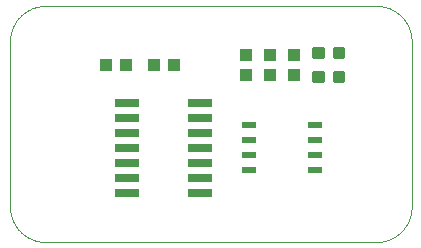
<source format=gtp>
G75*
%MOIN*%
%OFA0B0*%
%FSLAX25Y25*%
%IPPOS*%
%LPD*%
%AMOC8*
5,1,8,0,0,1.08239X$1,22.5*
%
%ADD10C,0.00000*%
%ADD11C,0.01181*%
%ADD12R,0.08000X0.02600*%
%ADD13R,0.04331X0.03937*%
%ADD14R,0.03937X0.04331*%
%ADD15R,0.04724X0.02362*%
D10*
X0013997Y0001000D02*
X0124233Y0001000D01*
X0124518Y0001003D01*
X0124804Y0001014D01*
X0125089Y0001031D01*
X0125373Y0001055D01*
X0125657Y0001086D01*
X0125940Y0001124D01*
X0126221Y0001169D01*
X0126502Y0001220D01*
X0126782Y0001278D01*
X0127060Y0001343D01*
X0127336Y0001415D01*
X0127610Y0001493D01*
X0127883Y0001578D01*
X0128153Y0001670D01*
X0128421Y0001768D01*
X0128687Y0001872D01*
X0128950Y0001983D01*
X0129210Y0002100D01*
X0129468Y0002223D01*
X0129722Y0002353D01*
X0129973Y0002489D01*
X0130221Y0002630D01*
X0130465Y0002778D01*
X0130706Y0002931D01*
X0130942Y0003091D01*
X0131175Y0003256D01*
X0131404Y0003426D01*
X0131629Y0003602D01*
X0131849Y0003784D01*
X0132065Y0003970D01*
X0132276Y0004162D01*
X0132483Y0004359D01*
X0132685Y0004561D01*
X0132882Y0004768D01*
X0133074Y0004979D01*
X0133260Y0005195D01*
X0133442Y0005415D01*
X0133618Y0005640D01*
X0133788Y0005869D01*
X0133953Y0006102D01*
X0134113Y0006338D01*
X0134266Y0006579D01*
X0134414Y0006823D01*
X0134555Y0007071D01*
X0134691Y0007322D01*
X0134821Y0007576D01*
X0134944Y0007834D01*
X0135061Y0008094D01*
X0135172Y0008357D01*
X0135276Y0008623D01*
X0135374Y0008891D01*
X0135466Y0009161D01*
X0135551Y0009434D01*
X0135629Y0009708D01*
X0135701Y0009984D01*
X0135766Y0010262D01*
X0135824Y0010542D01*
X0135875Y0010823D01*
X0135920Y0011104D01*
X0135958Y0011387D01*
X0135989Y0011671D01*
X0136013Y0011955D01*
X0136030Y0012240D01*
X0136041Y0012526D01*
X0136044Y0012811D01*
X0136044Y0067929D01*
X0136041Y0068214D01*
X0136030Y0068500D01*
X0136013Y0068785D01*
X0135989Y0069069D01*
X0135958Y0069353D01*
X0135920Y0069636D01*
X0135875Y0069917D01*
X0135824Y0070198D01*
X0135766Y0070478D01*
X0135701Y0070756D01*
X0135629Y0071032D01*
X0135551Y0071306D01*
X0135466Y0071579D01*
X0135374Y0071849D01*
X0135276Y0072117D01*
X0135172Y0072383D01*
X0135061Y0072646D01*
X0134944Y0072906D01*
X0134821Y0073164D01*
X0134691Y0073418D01*
X0134555Y0073669D01*
X0134414Y0073917D01*
X0134266Y0074161D01*
X0134113Y0074402D01*
X0133953Y0074638D01*
X0133788Y0074871D01*
X0133618Y0075100D01*
X0133442Y0075325D01*
X0133260Y0075545D01*
X0133074Y0075761D01*
X0132882Y0075972D01*
X0132685Y0076179D01*
X0132483Y0076381D01*
X0132276Y0076578D01*
X0132065Y0076770D01*
X0131849Y0076956D01*
X0131629Y0077138D01*
X0131404Y0077314D01*
X0131175Y0077484D01*
X0130942Y0077649D01*
X0130706Y0077809D01*
X0130465Y0077962D01*
X0130221Y0078110D01*
X0129973Y0078251D01*
X0129722Y0078387D01*
X0129468Y0078517D01*
X0129210Y0078640D01*
X0128950Y0078757D01*
X0128687Y0078868D01*
X0128421Y0078972D01*
X0128153Y0079070D01*
X0127883Y0079162D01*
X0127610Y0079247D01*
X0127336Y0079325D01*
X0127060Y0079397D01*
X0126782Y0079462D01*
X0126502Y0079520D01*
X0126221Y0079571D01*
X0125940Y0079616D01*
X0125657Y0079654D01*
X0125373Y0079685D01*
X0125089Y0079709D01*
X0124804Y0079726D01*
X0124518Y0079737D01*
X0124233Y0079740D01*
X0013997Y0079740D01*
X0013712Y0079737D01*
X0013426Y0079726D01*
X0013141Y0079709D01*
X0012857Y0079685D01*
X0012573Y0079654D01*
X0012290Y0079616D01*
X0012009Y0079571D01*
X0011728Y0079520D01*
X0011448Y0079462D01*
X0011170Y0079397D01*
X0010894Y0079325D01*
X0010620Y0079247D01*
X0010347Y0079162D01*
X0010077Y0079070D01*
X0009809Y0078972D01*
X0009543Y0078868D01*
X0009280Y0078757D01*
X0009020Y0078640D01*
X0008762Y0078517D01*
X0008508Y0078387D01*
X0008257Y0078251D01*
X0008009Y0078110D01*
X0007765Y0077962D01*
X0007524Y0077809D01*
X0007288Y0077649D01*
X0007055Y0077484D01*
X0006826Y0077314D01*
X0006601Y0077138D01*
X0006381Y0076956D01*
X0006165Y0076770D01*
X0005954Y0076578D01*
X0005747Y0076381D01*
X0005545Y0076179D01*
X0005348Y0075972D01*
X0005156Y0075761D01*
X0004970Y0075545D01*
X0004788Y0075325D01*
X0004612Y0075100D01*
X0004442Y0074871D01*
X0004277Y0074638D01*
X0004117Y0074402D01*
X0003964Y0074161D01*
X0003816Y0073917D01*
X0003675Y0073669D01*
X0003539Y0073418D01*
X0003409Y0073164D01*
X0003286Y0072906D01*
X0003169Y0072646D01*
X0003058Y0072383D01*
X0002954Y0072117D01*
X0002856Y0071849D01*
X0002764Y0071579D01*
X0002679Y0071306D01*
X0002601Y0071032D01*
X0002529Y0070756D01*
X0002464Y0070478D01*
X0002406Y0070198D01*
X0002355Y0069917D01*
X0002310Y0069636D01*
X0002272Y0069353D01*
X0002241Y0069069D01*
X0002217Y0068785D01*
X0002200Y0068500D01*
X0002189Y0068214D01*
X0002186Y0067929D01*
X0002186Y0012811D01*
X0002189Y0012526D01*
X0002200Y0012240D01*
X0002217Y0011955D01*
X0002241Y0011671D01*
X0002272Y0011387D01*
X0002310Y0011104D01*
X0002355Y0010823D01*
X0002406Y0010542D01*
X0002464Y0010262D01*
X0002529Y0009984D01*
X0002601Y0009708D01*
X0002679Y0009434D01*
X0002764Y0009161D01*
X0002856Y0008891D01*
X0002954Y0008623D01*
X0003058Y0008357D01*
X0003169Y0008094D01*
X0003286Y0007834D01*
X0003409Y0007576D01*
X0003539Y0007322D01*
X0003675Y0007071D01*
X0003816Y0006823D01*
X0003964Y0006579D01*
X0004117Y0006338D01*
X0004277Y0006102D01*
X0004442Y0005869D01*
X0004612Y0005640D01*
X0004788Y0005415D01*
X0004970Y0005195D01*
X0005156Y0004979D01*
X0005348Y0004768D01*
X0005545Y0004561D01*
X0005747Y0004359D01*
X0005954Y0004162D01*
X0006165Y0003970D01*
X0006381Y0003784D01*
X0006601Y0003602D01*
X0006826Y0003426D01*
X0007055Y0003256D01*
X0007288Y0003091D01*
X0007524Y0002931D01*
X0007765Y0002778D01*
X0008009Y0002630D01*
X0008257Y0002489D01*
X0008508Y0002353D01*
X0008762Y0002223D01*
X0009020Y0002100D01*
X0009280Y0001983D01*
X0009543Y0001872D01*
X0009809Y0001768D01*
X0010077Y0001670D01*
X0010347Y0001578D01*
X0010620Y0001493D01*
X0010894Y0001415D01*
X0011170Y0001343D01*
X0011448Y0001278D01*
X0011728Y0001220D01*
X0012009Y0001169D01*
X0012290Y0001124D01*
X0012573Y0001086D01*
X0012857Y0001055D01*
X0013141Y0001031D01*
X0013426Y0001014D01*
X0013712Y0001003D01*
X0013997Y0001000D01*
D11*
X0103654Y0054740D02*
X0103654Y0057496D01*
X0106410Y0057496D01*
X0106410Y0054740D01*
X0103654Y0054740D01*
X0103654Y0055862D02*
X0106410Y0055862D01*
X0106410Y0056984D02*
X0103654Y0056984D01*
X0110560Y0057496D02*
X0110560Y0054740D01*
X0110560Y0057496D02*
X0113316Y0057496D01*
X0113316Y0054740D01*
X0110560Y0054740D01*
X0110560Y0055862D02*
X0113316Y0055862D01*
X0113316Y0056984D02*
X0110560Y0056984D01*
X0110560Y0062614D02*
X0110560Y0065370D01*
X0113316Y0065370D01*
X0113316Y0062614D01*
X0110560Y0062614D01*
X0110560Y0063736D02*
X0113316Y0063736D01*
X0113316Y0064858D02*
X0110560Y0064858D01*
X0103654Y0065370D02*
X0103654Y0062614D01*
X0103654Y0065370D02*
X0106410Y0065370D01*
X0106410Y0062614D01*
X0103654Y0062614D01*
X0103654Y0063736D02*
X0106410Y0063736D01*
X0106410Y0064858D02*
X0103654Y0064858D01*
D12*
X0065467Y0047496D03*
X0065467Y0042496D03*
X0065467Y0037496D03*
X0065467Y0032496D03*
X0065467Y0027496D03*
X0065467Y0022496D03*
X0065467Y0017496D03*
X0041267Y0017496D03*
X0041267Y0022496D03*
X0041267Y0027496D03*
X0041267Y0032496D03*
X0041267Y0037496D03*
X0041267Y0042496D03*
X0041267Y0047496D03*
D13*
X0040966Y0060055D03*
X0034273Y0060055D03*
X0050021Y0060055D03*
X0056714Y0060055D03*
D14*
X0080926Y0056709D03*
X0088800Y0056709D03*
X0096674Y0056709D03*
X0096674Y0063402D03*
X0088800Y0063402D03*
X0080926Y0063402D03*
D15*
X0081714Y0039996D03*
X0081714Y0034996D03*
X0081714Y0029996D03*
X0081714Y0024996D03*
X0103761Y0024996D03*
X0103761Y0029996D03*
X0103761Y0034996D03*
X0103761Y0039996D03*
M02*

</source>
